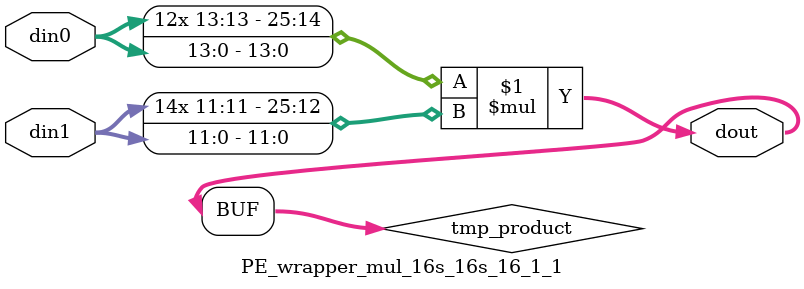
<source format=v>
`timescale 1 ns / 1 ps
  module PE_wrapper_mul_16s_16s_16_1_1(din0, din1, dout);
parameter ID = 1;
parameter NUM_STAGE = 0;
parameter din0_WIDTH = 14;
parameter din1_WIDTH = 12;
parameter dout_WIDTH = 26;
input [din0_WIDTH - 1 : 0] din0; 
input [din1_WIDTH - 1 : 0] din1; 
output [dout_WIDTH - 1 : 0] dout;
wire signed [dout_WIDTH - 1 : 0] tmp_product;
assign tmp_product = $signed(din0) * $signed(din1);
assign dout = tmp_product;
endmodule
</source>
